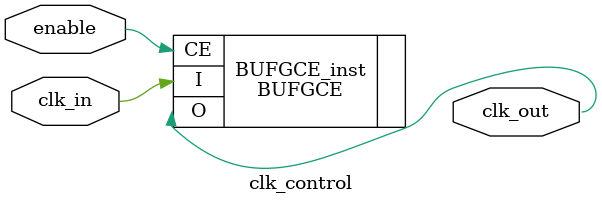
<source format=v>
`timescale 1 ps / 1 ps

(* X_INTERFACE_INFO = "xilinx.com:signal:clock:1.0 clk_out CLK" *)
(* X_INTERFACE_PARAMETER = "FREQ_HZ 50000000" *)

module clk_control
  (clk_in,
   clk_out,
   enable);

  input clk_in;
  output clk_out;
  input enable;

  wire clk_in;
  wire clk_out;
  wire enable;

  BUFGCE #(
    .CE_TYPE("SYNC"),      // ASYNC, SYNC
    .IS_CE_INVERTED(1'b0), // Programmable inversion on CE
    .IS_I_INVERTED(1'b0)   // Programmable inversion on I
  )
  BUFGCE_inst (
    .O(clk_out),   // 1-bit output: Buffer
    .CE(enable),   // 1-bit input: Buffer enable
    .I(clk_in)     // 1-bit input: Buffer
  );

endmodule

</source>
